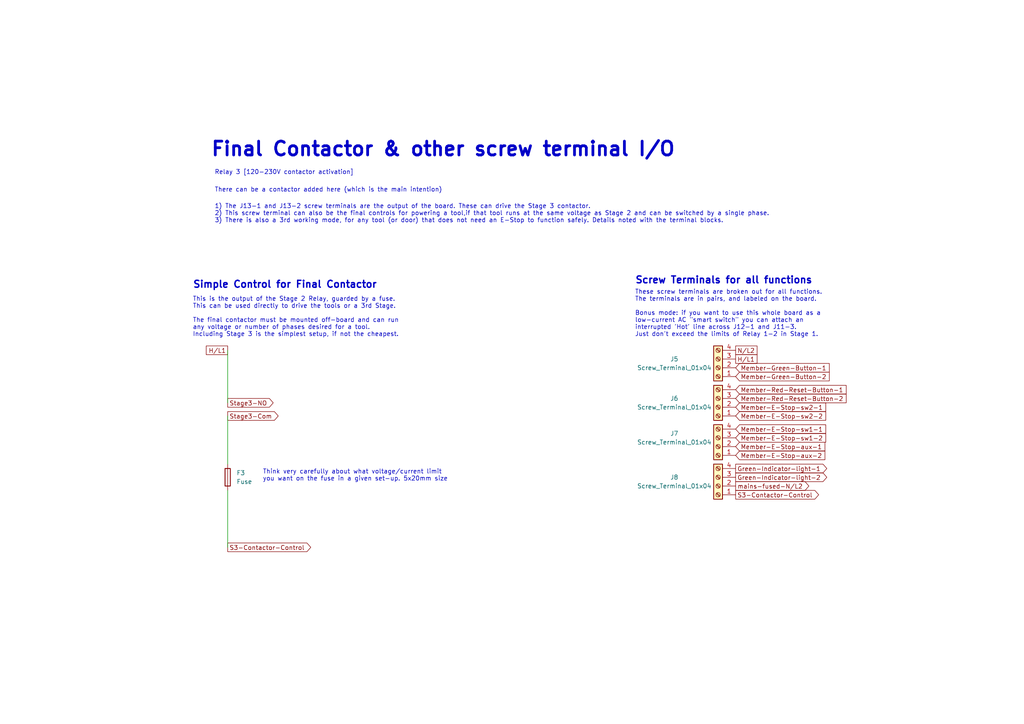
<source format=kicad_sch>
(kicad_sch (version 20211123) (generator eeschema)
  (paper "A4")
  (lib_symbols
    (symbol "Connector:Screw_Terminal_01x04" (pin_names (offset 1.016) hide)
      (property "Reference" "J" (at 0 5.08 0))
      (property "Value" "Screw_Terminal_01x04" (at 0 -7.62 0))
      (symbol "Screw_Terminal_01x04_1_1"
        (rectangle (start -1.27 3.81) (end 1.27 -6.35) (stroke (width 0.254)) (fill (type background)))
        (circle (center 0 -5.08) (radius 0.635) (stroke (width 0.1524)))
        (circle (center 0 -2.54) (radius 0.635) (stroke (width 0.1524)))
        (polyline (pts (xy -0.5334 -4.7498) (xy 0.3302 -5.588)) (stroke (width 0.1524)))
        (polyline (pts (xy -0.5334 -2.2098) (xy 0.3302 -3.048)) (stroke (width 0.1524)))
        (polyline (pts (xy -0.5334 0.3302) (xy 0.3302 -0.508)) (stroke (width 0.1524)))
        (polyline (pts (xy -0.5334 2.8702) (xy 0.3302 2.032)) (stroke (width 0.1524)))
        (polyline (pts (xy -0.3556 -4.572) (xy 0.508 -5.4102)) (stroke (width 0.1524)))
        (polyline (pts (xy -0.3556 -2.032) (xy 0.508 -2.8702)) (stroke (width 0.1524)))
        (polyline (pts (xy -0.3556 0.508) (xy 0.508 -0.3302)) (stroke (width 0.1524)))
        (polyline (pts (xy -0.3556 3.048) (xy 0.508 2.2098)) (stroke (width 0.1524)))
        (circle (center 0 0) (radius 0.635) (stroke (width 0.1524)))
        (circle (center 0 2.54) (radius 0.635) (stroke (width 0.1524)))
        (pin passive line (at -5.08 2.54 0) (length 3.81) (name "Pin_1") (number "1"))
        (pin passive line (at -5.08 0 0) (length 3.81) (name "Pin_2") (number "2"))
        (pin passive line (at -5.08 -2.54 0) (length 3.81) (name "Pin_3") (number "3"))
        (pin passive line (at -5.08 -5.08 0) (length 3.81) (name "Pin_4") (number "4"))
      )
    )
    (symbol "Device:Fuse" (pin_numbers hide) (pin_names (offset 0))
      (property "Reference" "F" (at 2.032 0 90))
      (property "Value" "Fuse" (at -1.905 0 90))
      (symbol "Fuse_0_1"
        (rectangle (start -0.762 -2.54) (end 0.762 2.54) (stroke (width 0.254)))
        (polyline (pts (xy 0 2.54) (xy 0 -2.54)))
      )
      (symbol "Fuse_1_1"
        (pin passive line (at 0 3.81 270) (length 1.27) (name "~") (number "1"))
        (pin passive line (at 0 -3.81 90) (length 1.27) (name "~") (number "2"))
      )
    )
  )
  (wire (pts (xy 66.04 142.24) (xy 66.04 158.75)))
  (wire (pts (xy 66.04 120.65) (xy 66.04 134.62)))
  (wire (pts (xy 66.04 101.6) (xy 66.04 116.84)))
  (text "Final Contactor & other screw terminal I/O" (at 60.96 45.72 0) (effects (font (size 4 4) (thickness 0.8) bold) (justify left bottom)))
  (text "These screw terminals are broken out for all functions.\nThe terminals are in pairs, and labeled on the board. \n\nBonus mode: if you want to use this whole board as a \nlow-current AC \"smart switch\" you can attach an \ninterrupted 'Hot' line across J12-1 and J11-3. \nJust don't exceed the limits of Relay 1-2 in Stage 1." (at 184.15 97.79 0) (effects (font (size 1.27 1.27)) (justify left bottom)))
  (text "This is the output of the Stage 2 Relay, guarded by a fuse.\nThis can be used directly to drive the tools or a 3rd Stage.\n\nThe final contactor must be mounted off-board and can run \nany voltage or number of phases desired for a tool. \nIncluding Stage 3 is the simplest setup, if not the cheapest. " (at 55.88 97.79 0) (effects (font (size 1.27 1.27)) (justify left bottom)))
  (text "Think very carefully about what voltage/current limit \nyou want on the fuse in a given set-up. 5x20mm size" (at 76.2 139.7 0) (effects (font (size 1.27 1.27)) (justify left bottom)))
  (text "Relay 3 [120-230V contactor activation]" (at 62.23 50.8 0) (effects (font (size 1.27 1.27)) (justify left bottom)))
  (text "There can be a contactor added here (which is the main intention)" (at 62.23 55.88 0) (effects (font (size 1.27 1.27)) (justify left bottom)))
  (text "1) The J13-1 and J13-2 screw terminals are the output of the board. These can drive the Stage 3 contactor.\n2) This screw terminal can also be the final controls for powering a tool,if that tool runs at the same voltage as Stage 2 and can be switched by a single phase.\n3) There is also a 3rd working mode, for any tool (or door) that does not need an E-Stop to function safely. Details noted with the terminal blocks. " (at 62.23 64.77 0) (effects (font (size 1.27 1.27)) (justify left bottom)))
  (text "Simple Control for Final Contactor\n" (at 55.88 83.82 0) (effects (font (size 2 2) (thickness 0.4) bold) (justify left bottom)))
  (text "Screw Terminals for all functions" (at 184.15 82.55 0) (effects (font (size 2 2) (thickness 0.4) bold) (justify left bottom)))
  (global_label "Member-Green-Button-2" (shape input) (at 213.36 109.22 0) (property "Intersheet References" "${INTERSHEET_REFS}" (effects hide)))
  (global_label "H{slash}L1" (shape passive) (at 213.36 104.14 0) (property "Intersheet References" "${INTERSHEET_REFS}" (effects hide)))
  (global_label "Stage3-NO" (shape output) (at 66.04 116.84 0) (property "Intersheet References" "${INTERSHEET_REFS}" (effects hide)))
  (global_label "mains-fused-N{slash}L2" (shape output) (at 213.36 140.97 0) (property "Intersheet References" "${INTERSHEET_REFS}" (effects hide)))
  (global_label "Member-Red-Reset-Button-1" (shape input) (at 213.36 113.03 0) (property "Intersheet References" "${INTERSHEET_REFS}" (effects hide)))
  (global_label "Member-E-Stop-aux-2" (shape input) (at 213.36 132.08 0) (property "Intersheet References" "${INTERSHEET_REFS}" (effects hide)))
  (global_label "Stage3-Com" (shape output) (at 66.04 120.65 0) (property "Intersheet References" "${INTERSHEET_REFS}" (effects hide)))
  (global_label "S3-Contactor-Control" (shape output) (at 213.36 143.51 0) (property "Intersheet References" "${INTERSHEET_REFS}" (effects hide)))
  (global_label "Member-Green-Button-1" (shape input) (at 213.36 106.68 0) (property "Intersheet References" "${INTERSHEET_REFS}" (effects hide)))
  (global_label "Member-E-Stop-sw1-1" (shape input) (at 213.36 124.46 0) (property "Intersheet References" "${INTERSHEET_REFS}" (effects hide)))
  (global_label "S3-Contactor-Control" (shape output) (at 66.04 158.75 0) (property "Intersheet References" "${INTERSHEET_REFS}" (effects hide)))
  (global_label "H{slash}L1" (shape passive) (at 66.04 101.6 180) (property "Intersheet References" "${INTERSHEET_REFS}" (effects hide)))
  (global_label "Member-Red-Reset-Button-2" (shape input) (at 213.36 115.57 0) (property "Intersheet References" "${INTERSHEET_REFS}" (effects hide)))
  (global_label "Green-Indicator-light-2" (shape output) (at 213.36 138.43 0) (property "Intersheet References" "${INTERSHEET_REFS}" (effects hide)))
  (global_label "Member-E-Stop-sw1-2" (shape input) (at 213.36 127 0) (property "Intersheet References" "${INTERSHEET_REFS}" (effects hide)))
  (global_label "N{slash}L2" (shape passive) (at 213.36 101.6 0) (property "Intersheet References" "${INTERSHEET_REFS}" (effects hide)))
  (global_label "Member-E-Stop-sw2-2" (shape input) (at 213.36 120.65 0) (property "Intersheet References" "${INTERSHEET_REFS}" (effects hide)))
  (global_label "Green-Indicator-light-1" (shape output) (at 213.36 135.89 0) (property "Intersheet References" "${INTERSHEET_REFS}" (effects hide)))
  (global_label "Member-E-Stop-aux-1" (shape input) (at 213.36 129.54 0) (property "Intersheet References" "${INTERSHEET_REFS}" (effects hide)))
  (global_label "Member-E-Stop-sw2-1" (shape input) (at 213.36 118.11 0) (property "Intersheet References" "${INTERSHEET_REFS}" (effects hide)))
  (symbol (lib_id "Connector:Screw_Terminal_01x04") (at 208.28 118.11 180) (unit 1)
    (property "Reference" "J6" (at 195.58 115.57 0))
    (property "Value" "Screw_Terminal_01x04" (at 195.58 118.11 0))
    (property "Footprint" "TerminalBlock:TerminalBlock_Altech_AK300-4_P5.00mm" (effects hide))
    (property "JLCPCB Part #" "C192769" (effects hide))
  )
  (symbol (lib_id "Device:Fuse") (at 66.04 138.43 180) (unit 1)
    (property "Reference" "F3" (at 68.58 137.1599 0) (effects (justify right)))
    (property "Value" "Fuse" (at 68.58 139.6999 0) (effects (justify right)))
    (property "Footprint" "Fuse:Fuseholder_Littelfuse_100_series_5x20mm" (effects hide))
    (property "JLCPCB Part #" "C206977" (effects hide))
  )
  (symbol (lib_id "Connector:Screw_Terminal_01x04") (at 208.28 140.97 180) (unit 1)
    (property "Reference" "J8" (at 195.58 138.43 0))
    (property "Value" "Screw_Terminal_01x04" (at 195.58 140.97 0))
    (property "Footprint" "TerminalBlock:TerminalBlock_Altech_AK300-4_P5.00mm" (effects hide))
    (property "JLCPCB Part #" "C192769" (effects hide))
  )
  (symbol (lib_id "Connector:Screw_Terminal_01x04") (at 208.28 106.68 180) (unit 1)
    (property "Reference" "J5" (at 195.58 104.14 0))
    (property "Value" "Screw_Terminal_01x04" (at 195.58 106.68 0))
    (property "Footprint" "TerminalBlock:TerminalBlock_Altech_AK300-4_P5.00mm" (effects hide))
    (property "JLCPCB Part #" "C192769" (effects hide))
  )
  (symbol (lib_id "Connector:Screw_Terminal_01x04") (at 208.28 129.54 180) (unit 1)
    (property "Reference" "J7" (at 195.58 125.73 0))
    (property "Value" "Screw_Terminal_01x04" (at 195.58 128.27 0))
    (property "Footprint" "TerminalBlock:TerminalBlock_Altech_AK300-4_P5.00mm" (effects hide))
    (property "JLCPCB Part #" "C192769" (effects hide))
  )
)
</source>
